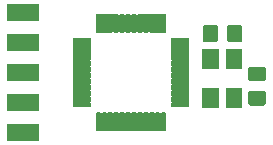
<source format=gts>
G04 #@! TF.GenerationSoftware,KiCad,Pcbnew,5.1.5*
G04 #@! TF.CreationDate,2020-02-24T19:12:41+03:00*
G04 #@! TF.ProjectId,mod-lqfp48,6d6f642d-6c71-4667-9034-382e6b696361,rev?*
G04 #@! TF.SameCoordinates,PX1036640PYec82e0*
G04 #@! TF.FileFunction,Soldermask,Top*
G04 #@! TF.FilePolarity,Negative*
%FSLAX46Y46*%
G04 Gerber Fmt 4.6, Leading zero omitted, Abs format (unit mm)*
G04 Created by KiCad (PCBNEW 5.1.5) date 2020-02-24 19:12:41*
%MOMM*%
%LPD*%
G04 APERTURE LIST*
%ADD10C,0.150000*%
G04 APERTURE END LIST*
D10*
G36*
X3676000Y-12185000D02*
G01*
X1036000Y-12185000D01*
X1036000Y-10815000D01*
X3676000Y-10815000D01*
X3676000Y-12185000D01*
G37*
G36*
X8899623Y-9796557D02*
G01*
X8911278Y-9800092D01*
X8922020Y-9805835D01*
X8931438Y-9813563D01*
X8942026Y-9826465D01*
X8952422Y-9836861D01*
X8964646Y-9845029D01*
X8978230Y-9850655D01*
X8992650Y-9853523D01*
X9007352Y-9853523D01*
X9021772Y-9850654D01*
X9035355Y-9845028D01*
X9047580Y-9836859D01*
X9057974Y-9826465D01*
X9068562Y-9813563D01*
X9077980Y-9805835D01*
X9088722Y-9800092D01*
X9100377Y-9796557D01*
X9116186Y-9795000D01*
X9383814Y-9795000D01*
X9399623Y-9796557D01*
X9411278Y-9800092D01*
X9422020Y-9805835D01*
X9431438Y-9813563D01*
X9442026Y-9826465D01*
X9452422Y-9836861D01*
X9464646Y-9845029D01*
X9478230Y-9850655D01*
X9492650Y-9853523D01*
X9507352Y-9853523D01*
X9521772Y-9850654D01*
X9535355Y-9845028D01*
X9547580Y-9836859D01*
X9557974Y-9826465D01*
X9568562Y-9813563D01*
X9577980Y-9805835D01*
X9588722Y-9800092D01*
X9600377Y-9796557D01*
X9616186Y-9795000D01*
X9883814Y-9795000D01*
X9899623Y-9796557D01*
X9911278Y-9800092D01*
X9922020Y-9805835D01*
X9931438Y-9813563D01*
X9942026Y-9826465D01*
X9952422Y-9836861D01*
X9964646Y-9845029D01*
X9978230Y-9850655D01*
X9992650Y-9853523D01*
X10007352Y-9853523D01*
X10021772Y-9850654D01*
X10035355Y-9845028D01*
X10047580Y-9836859D01*
X10057974Y-9826465D01*
X10068562Y-9813563D01*
X10077980Y-9805835D01*
X10088722Y-9800092D01*
X10100377Y-9796557D01*
X10116186Y-9795000D01*
X10383814Y-9795000D01*
X10399623Y-9796557D01*
X10411278Y-9800092D01*
X10422020Y-9805835D01*
X10431438Y-9813563D01*
X10442026Y-9826465D01*
X10452422Y-9836861D01*
X10464646Y-9845029D01*
X10478230Y-9850655D01*
X10492650Y-9853523D01*
X10507352Y-9853523D01*
X10521772Y-9850654D01*
X10535355Y-9845028D01*
X10547580Y-9836859D01*
X10557974Y-9826465D01*
X10568562Y-9813563D01*
X10577980Y-9805835D01*
X10588722Y-9800092D01*
X10600377Y-9796557D01*
X10616186Y-9795000D01*
X10883814Y-9795000D01*
X10899623Y-9796557D01*
X10911278Y-9800092D01*
X10922020Y-9805835D01*
X10931438Y-9813563D01*
X10942026Y-9826465D01*
X10952422Y-9836861D01*
X10964646Y-9845029D01*
X10978230Y-9850655D01*
X10992650Y-9853523D01*
X11007352Y-9853523D01*
X11021772Y-9850654D01*
X11035355Y-9845028D01*
X11047580Y-9836859D01*
X11057974Y-9826465D01*
X11068562Y-9813563D01*
X11077980Y-9805835D01*
X11088722Y-9800092D01*
X11100377Y-9796557D01*
X11116186Y-9795000D01*
X11383814Y-9795000D01*
X11399623Y-9796557D01*
X11411278Y-9800092D01*
X11422020Y-9805835D01*
X11431438Y-9813563D01*
X11442026Y-9826465D01*
X11452422Y-9836861D01*
X11464646Y-9845029D01*
X11478230Y-9850655D01*
X11492650Y-9853523D01*
X11507352Y-9853523D01*
X11521772Y-9850654D01*
X11535355Y-9845028D01*
X11547580Y-9836859D01*
X11557974Y-9826465D01*
X11568562Y-9813563D01*
X11577980Y-9805835D01*
X11588722Y-9800092D01*
X11600377Y-9796557D01*
X11616186Y-9795000D01*
X11883814Y-9795000D01*
X11899623Y-9796557D01*
X11911278Y-9800092D01*
X11922020Y-9805835D01*
X11931438Y-9813563D01*
X11942026Y-9826465D01*
X11952422Y-9836861D01*
X11964646Y-9845029D01*
X11978230Y-9850655D01*
X11992650Y-9853523D01*
X12007352Y-9853523D01*
X12021772Y-9850654D01*
X12035355Y-9845028D01*
X12047580Y-9836859D01*
X12057974Y-9826465D01*
X12068562Y-9813563D01*
X12077980Y-9805835D01*
X12088722Y-9800092D01*
X12100377Y-9796557D01*
X12116186Y-9795000D01*
X12383814Y-9795000D01*
X12399623Y-9796557D01*
X12411278Y-9800092D01*
X12422020Y-9805835D01*
X12431438Y-9813563D01*
X12442026Y-9826465D01*
X12452422Y-9836861D01*
X12464646Y-9845029D01*
X12478230Y-9850655D01*
X12492650Y-9853523D01*
X12507352Y-9853523D01*
X12521772Y-9850654D01*
X12535355Y-9845028D01*
X12547580Y-9836859D01*
X12557974Y-9826465D01*
X12568562Y-9813563D01*
X12577980Y-9805835D01*
X12588722Y-9800092D01*
X12600377Y-9796557D01*
X12616186Y-9795000D01*
X12883814Y-9795000D01*
X12899623Y-9796557D01*
X12911278Y-9800092D01*
X12922020Y-9805835D01*
X12931438Y-9813563D01*
X12942026Y-9826465D01*
X12952422Y-9836861D01*
X12964646Y-9845029D01*
X12978230Y-9850655D01*
X12992650Y-9853523D01*
X13007352Y-9853523D01*
X13021772Y-9850654D01*
X13035355Y-9845028D01*
X13047580Y-9836859D01*
X13057974Y-9826465D01*
X13068562Y-9813563D01*
X13077980Y-9805835D01*
X13088722Y-9800092D01*
X13100377Y-9796557D01*
X13116186Y-9795000D01*
X13383814Y-9795000D01*
X13399623Y-9796557D01*
X13411278Y-9800092D01*
X13422020Y-9805835D01*
X13431438Y-9813563D01*
X13442026Y-9826465D01*
X13452422Y-9836861D01*
X13464646Y-9845029D01*
X13478230Y-9850655D01*
X13492650Y-9853523D01*
X13507352Y-9853523D01*
X13521772Y-9850654D01*
X13535355Y-9845028D01*
X13547580Y-9836859D01*
X13557974Y-9826465D01*
X13568562Y-9813563D01*
X13577980Y-9805835D01*
X13588722Y-9800092D01*
X13600377Y-9796557D01*
X13616186Y-9795000D01*
X13883814Y-9795000D01*
X13899623Y-9796557D01*
X13911278Y-9800092D01*
X13922020Y-9805835D01*
X13931438Y-9813563D01*
X13942026Y-9826465D01*
X13952422Y-9836861D01*
X13964646Y-9845029D01*
X13978230Y-9850655D01*
X13992650Y-9853523D01*
X14007352Y-9853523D01*
X14021772Y-9850654D01*
X14035355Y-9845028D01*
X14047580Y-9836859D01*
X14057974Y-9826465D01*
X14068562Y-9813563D01*
X14077980Y-9805835D01*
X14088722Y-9800092D01*
X14100377Y-9796557D01*
X14116186Y-9795000D01*
X14383814Y-9795000D01*
X14399623Y-9796557D01*
X14411278Y-9800092D01*
X14422020Y-9805835D01*
X14431437Y-9813563D01*
X14439165Y-9822980D01*
X14444908Y-9833722D01*
X14448443Y-9845377D01*
X14450000Y-9861186D01*
X14450000Y-11303814D01*
X14448443Y-11319623D01*
X14444908Y-11331278D01*
X14439165Y-11342020D01*
X14431437Y-11351437D01*
X14422020Y-11359165D01*
X14411278Y-11364908D01*
X14399623Y-11368443D01*
X14383814Y-11370000D01*
X14116186Y-11370000D01*
X14100377Y-11368443D01*
X14088722Y-11364908D01*
X14077980Y-11359165D01*
X14068562Y-11351437D01*
X14057974Y-11338535D01*
X14047578Y-11328139D01*
X14035354Y-11319971D01*
X14021770Y-11314345D01*
X14007350Y-11311477D01*
X13992648Y-11311477D01*
X13978228Y-11314346D01*
X13964645Y-11319972D01*
X13952420Y-11328141D01*
X13942026Y-11338535D01*
X13931438Y-11351437D01*
X13922020Y-11359165D01*
X13911278Y-11364908D01*
X13899623Y-11368443D01*
X13883814Y-11370000D01*
X13616186Y-11370000D01*
X13600377Y-11368443D01*
X13588722Y-11364908D01*
X13577980Y-11359165D01*
X13568562Y-11351437D01*
X13557974Y-11338535D01*
X13547578Y-11328139D01*
X13535354Y-11319971D01*
X13521770Y-11314345D01*
X13507350Y-11311477D01*
X13492648Y-11311477D01*
X13478228Y-11314346D01*
X13464645Y-11319972D01*
X13452420Y-11328141D01*
X13442026Y-11338535D01*
X13431438Y-11351437D01*
X13422020Y-11359165D01*
X13411278Y-11364908D01*
X13399623Y-11368443D01*
X13383814Y-11370000D01*
X13116186Y-11370000D01*
X13100377Y-11368443D01*
X13088722Y-11364908D01*
X13077980Y-11359165D01*
X13068562Y-11351437D01*
X13057974Y-11338535D01*
X13047578Y-11328139D01*
X13035354Y-11319971D01*
X13021770Y-11314345D01*
X13007350Y-11311477D01*
X12992648Y-11311477D01*
X12978228Y-11314346D01*
X12964645Y-11319972D01*
X12952420Y-11328141D01*
X12942026Y-11338535D01*
X12931438Y-11351437D01*
X12922020Y-11359165D01*
X12911278Y-11364908D01*
X12899623Y-11368443D01*
X12883814Y-11370000D01*
X12616186Y-11370000D01*
X12600377Y-11368443D01*
X12588722Y-11364908D01*
X12577980Y-11359165D01*
X12568562Y-11351437D01*
X12557974Y-11338535D01*
X12547578Y-11328139D01*
X12535354Y-11319971D01*
X12521770Y-11314345D01*
X12507350Y-11311477D01*
X12492648Y-11311477D01*
X12478228Y-11314346D01*
X12464645Y-11319972D01*
X12452420Y-11328141D01*
X12442026Y-11338535D01*
X12431438Y-11351437D01*
X12422020Y-11359165D01*
X12411278Y-11364908D01*
X12399623Y-11368443D01*
X12383814Y-11370000D01*
X12116186Y-11370000D01*
X12100377Y-11368443D01*
X12088722Y-11364908D01*
X12077980Y-11359165D01*
X12068562Y-11351437D01*
X12057974Y-11338535D01*
X12047578Y-11328139D01*
X12035354Y-11319971D01*
X12021770Y-11314345D01*
X12007350Y-11311477D01*
X11992648Y-11311477D01*
X11978228Y-11314346D01*
X11964645Y-11319972D01*
X11952420Y-11328141D01*
X11942026Y-11338535D01*
X11931438Y-11351437D01*
X11922020Y-11359165D01*
X11911278Y-11364908D01*
X11899623Y-11368443D01*
X11883814Y-11370000D01*
X11616186Y-11370000D01*
X11600377Y-11368443D01*
X11588722Y-11364908D01*
X11577980Y-11359165D01*
X11568562Y-11351437D01*
X11557974Y-11338535D01*
X11547578Y-11328139D01*
X11535354Y-11319971D01*
X11521770Y-11314345D01*
X11507350Y-11311477D01*
X11492648Y-11311477D01*
X11478228Y-11314346D01*
X11464645Y-11319972D01*
X11452420Y-11328141D01*
X11442026Y-11338535D01*
X11431438Y-11351437D01*
X11422020Y-11359165D01*
X11411278Y-11364908D01*
X11399623Y-11368443D01*
X11383814Y-11370000D01*
X11116186Y-11370000D01*
X11100377Y-11368443D01*
X11088722Y-11364908D01*
X11077980Y-11359165D01*
X11068562Y-11351437D01*
X11057974Y-11338535D01*
X11047578Y-11328139D01*
X11035354Y-11319971D01*
X11021770Y-11314345D01*
X11007350Y-11311477D01*
X10992648Y-11311477D01*
X10978228Y-11314346D01*
X10964645Y-11319972D01*
X10952420Y-11328141D01*
X10942026Y-11338535D01*
X10931438Y-11351437D01*
X10922020Y-11359165D01*
X10911278Y-11364908D01*
X10899623Y-11368443D01*
X10883814Y-11370000D01*
X10616186Y-11370000D01*
X10600377Y-11368443D01*
X10588722Y-11364908D01*
X10577980Y-11359165D01*
X10568562Y-11351437D01*
X10557974Y-11338535D01*
X10547578Y-11328139D01*
X10535354Y-11319971D01*
X10521770Y-11314345D01*
X10507350Y-11311477D01*
X10492648Y-11311477D01*
X10478228Y-11314346D01*
X10464645Y-11319972D01*
X10452420Y-11328141D01*
X10442026Y-11338535D01*
X10431438Y-11351437D01*
X10422020Y-11359165D01*
X10411278Y-11364908D01*
X10399623Y-11368443D01*
X10383814Y-11370000D01*
X10116186Y-11370000D01*
X10100377Y-11368443D01*
X10088722Y-11364908D01*
X10077980Y-11359165D01*
X10068562Y-11351437D01*
X10057974Y-11338535D01*
X10047578Y-11328139D01*
X10035354Y-11319971D01*
X10021770Y-11314345D01*
X10007350Y-11311477D01*
X9992648Y-11311477D01*
X9978228Y-11314346D01*
X9964645Y-11319972D01*
X9952420Y-11328141D01*
X9942026Y-11338535D01*
X9931438Y-11351437D01*
X9922020Y-11359165D01*
X9911278Y-11364908D01*
X9899623Y-11368443D01*
X9883814Y-11370000D01*
X9616186Y-11370000D01*
X9600377Y-11368443D01*
X9588722Y-11364908D01*
X9577980Y-11359165D01*
X9568562Y-11351437D01*
X9557974Y-11338535D01*
X9547578Y-11328139D01*
X9535354Y-11319971D01*
X9521770Y-11314345D01*
X9507350Y-11311477D01*
X9492648Y-11311477D01*
X9478228Y-11314346D01*
X9464645Y-11319972D01*
X9452420Y-11328141D01*
X9442026Y-11338535D01*
X9431438Y-11351437D01*
X9422020Y-11359165D01*
X9411278Y-11364908D01*
X9399623Y-11368443D01*
X9383814Y-11370000D01*
X9116186Y-11370000D01*
X9100377Y-11368443D01*
X9088722Y-11364908D01*
X9077980Y-11359165D01*
X9068562Y-11351437D01*
X9057974Y-11338535D01*
X9047578Y-11328139D01*
X9035354Y-11319971D01*
X9021770Y-11314345D01*
X9007350Y-11311477D01*
X8992648Y-11311477D01*
X8978228Y-11314346D01*
X8964645Y-11319972D01*
X8952420Y-11328141D01*
X8942026Y-11338535D01*
X8931438Y-11351437D01*
X8922020Y-11359165D01*
X8911278Y-11364908D01*
X8899623Y-11368443D01*
X8883814Y-11370000D01*
X8616186Y-11370000D01*
X8600377Y-11368443D01*
X8588722Y-11364908D01*
X8577980Y-11359165D01*
X8568563Y-11351437D01*
X8560835Y-11342020D01*
X8555092Y-11331278D01*
X8551557Y-11319623D01*
X8550000Y-11303814D01*
X8550000Y-9861186D01*
X8551557Y-9845377D01*
X8555092Y-9833722D01*
X8560835Y-9822980D01*
X8568563Y-9813563D01*
X8577980Y-9805835D01*
X8588722Y-9800092D01*
X8600377Y-9796557D01*
X8616186Y-9795000D01*
X8883814Y-9795000D01*
X8899623Y-9796557D01*
G37*
G36*
X3676000Y-9645000D02*
G01*
X1036000Y-9645000D01*
X1036000Y-8275000D01*
X3676000Y-8275000D01*
X3676000Y-9645000D01*
G37*
G36*
X20923000Y-9437000D02*
G01*
X19523000Y-9437000D01*
X19523000Y-7737000D01*
X20923000Y-7737000D01*
X20923000Y-9437000D01*
G37*
G36*
X18923000Y-9437000D02*
G01*
X17523000Y-9437000D01*
X17523000Y-7737000D01*
X18923000Y-7737000D01*
X18923000Y-9437000D01*
G37*
G36*
X16399623Y-3471557D02*
G01*
X16411278Y-3475092D01*
X16422020Y-3480835D01*
X16431437Y-3488563D01*
X16439165Y-3497980D01*
X16444908Y-3508722D01*
X16448443Y-3520377D01*
X16450000Y-3536186D01*
X16450000Y-3803814D01*
X16448443Y-3819623D01*
X16444908Y-3831278D01*
X16439165Y-3842020D01*
X16431437Y-3851438D01*
X16418535Y-3862026D01*
X16408139Y-3872422D01*
X16399971Y-3884646D01*
X16394345Y-3898230D01*
X16391477Y-3912650D01*
X16391477Y-3927352D01*
X16394346Y-3941772D01*
X16399972Y-3955355D01*
X16408141Y-3967580D01*
X16418535Y-3977974D01*
X16431437Y-3988562D01*
X16439165Y-3997980D01*
X16444908Y-4008722D01*
X16448443Y-4020377D01*
X16450000Y-4036186D01*
X16450000Y-4303814D01*
X16448443Y-4319623D01*
X16444908Y-4331278D01*
X16439165Y-4342020D01*
X16431437Y-4351438D01*
X16418535Y-4362026D01*
X16408139Y-4372422D01*
X16399971Y-4384646D01*
X16394345Y-4398230D01*
X16391477Y-4412650D01*
X16391477Y-4427352D01*
X16394346Y-4441772D01*
X16399972Y-4455355D01*
X16408141Y-4467580D01*
X16418535Y-4477974D01*
X16431437Y-4488562D01*
X16439165Y-4497980D01*
X16444908Y-4508722D01*
X16448443Y-4520377D01*
X16450000Y-4536186D01*
X16450000Y-4803814D01*
X16448443Y-4819623D01*
X16444908Y-4831278D01*
X16439165Y-4842020D01*
X16431437Y-4851438D01*
X16418535Y-4862026D01*
X16408139Y-4872422D01*
X16399971Y-4884646D01*
X16394345Y-4898230D01*
X16391477Y-4912650D01*
X16391477Y-4927352D01*
X16394346Y-4941772D01*
X16399972Y-4955355D01*
X16408141Y-4967580D01*
X16418535Y-4977974D01*
X16431437Y-4988562D01*
X16439165Y-4997980D01*
X16444908Y-5008722D01*
X16448443Y-5020377D01*
X16450000Y-5036186D01*
X16450000Y-5303814D01*
X16448443Y-5319623D01*
X16444908Y-5331278D01*
X16439165Y-5342020D01*
X16431437Y-5351438D01*
X16418535Y-5362026D01*
X16408139Y-5372422D01*
X16399971Y-5384646D01*
X16394345Y-5398230D01*
X16391477Y-5412650D01*
X16391477Y-5427352D01*
X16394346Y-5441772D01*
X16399972Y-5455355D01*
X16408141Y-5467580D01*
X16418535Y-5477974D01*
X16431437Y-5488562D01*
X16439165Y-5497980D01*
X16444908Y-5508722D01*
X16448443Y-5520377D01*
X16450000Y-5536186D01*
X16450000Y-5803814D01*
X16448443Y-5819623D01*
X16444908Y-5831278D01*
X16439165Y-5842020D01*
X16431437Y-5851438D01*
X16418535Y-5862026D01*
X16408139Y-5872422D01*
X16399971Y-5884646D01*
X16394345Y-5898230D01*
X16391477Y-5912650D01*
X16391477Y-5927352D01*
X16394346Y-5941772D01*
X16399972Y-5955355D01*
X16408141Y-5967580D01*
X16418535Y-5977974D01*
X16431437Y-5988562D01*
X16439165Y-5997980D01*
X16444908Y-6008722D01*
X16448443Y-6020377D01*
X16450000Y-6036186D01*
X16450000Y-6303814D01*
X16448443Y-6319623D01*
X16444908Y-6331278D01*
X16439165Y-6342020D01*
X16431437Y-6351438D01*
X16418535Y-6362026D01*
X16408139Y-6372422D01*
X16399971Y-6384646D01*
X16394345Y-6398230D01*
X16391477Y-6412650D01*
X16391477Y-6427352D01*
X16394346Y-6441772D01*
X16399972Y-6455355D01*
X16408141Y-6467580D01*
X16418535Y-6477974D01*
X16431437Y-6488562D01*
X16439165Y-6497980D01*
X16444908Y-6508722D01*
X16448443Y-6520377D01*
X16450000Y-6536186D01*
X16450000Y-6803814D01*
X16448443Y-6819623D01*
X16444908Y-6831278D01*
X16439165Y-6842020D01*
X16431437Y-6851438D01*
X16418535Y-6862026D01*
X16408139Y-6872422D01*
X16399971Y-6884646D01*
X16394345Y-6898230D01*
X16391477Y-6912650D01*
X16391477Y-6927352D01*
X16394346Y-6941772D01*
X16399972Y-6955355D01*
X16408141Y-6967580D01*
X16418535Y-6977974D01*
X16431437Y-6988562D01*
X16439165Y-6997980D01*
X16444908Y-7008722D01*
X16448443Y-7020377D01*
X16450000Y-7036186D01*
X16450000Y-7303814D01*
X16448443Y-7319623D01*
X16444908Y-7331278D01*
X16439165Y-7342020D01*
X16431437Y-7351438D01*
X16418535Y-7362026D01*
X16408139Y-7372422D01*
X16399971Y-7384646D01*
X16394345Y-7398230D01*
X16391477Y-7412650D01*
X16391477Y-7427352D01*
X16394346Y-7441772D01*
X16399972Y-7455355D01*
X16408141Y-7467580D01*
X16418535Y-7477974D01*
X16431437Y-7488562D01*
X16439165Y-7497980D01*
X16444908Y-7508722D01*
X16448443Y-7520377D01*
X16450000Y-7536186D01*
X16450000Y-7803814D01*
X16448443Y-7819623D01*
X16444908Y-7831278D01*
X16439165Y-7842020D01*
X16431437Y-7851438D01*
X16418535Y-7862026D01*
X16408139Y-7872422D01*
X16399971Y-7884646D01*
X16394345Y-7898230D01*
X16391477Y-7912650D01*
X16391477Y-7927352D01*
X16394346Y-7941772D01*
X16399972Y-7955355D01*
X16408141Y-7967580D01*
X16418535Y-7977974D01*
X16431437Y-7988562D01*
X16439165Y-7997980D01*
X16444908Y-8008722D01*
X16448443Y-8020377D01*
X16450000Y-8036186D01*
X16450000Y-8303814D01*
X16448443Y-8319623D01*
X16444908Y-8331278D01*
X16439165Y-8342020D01*
X16431437Y-8351438D01*
X16418535Y-8362026D01*
X16408139Y-8372422D01*
X16399971Y-8384646D01*
X16394345Y-8398230D01*
X16391477Y-8412650D01*
X16391477Y-8427352D01*
X16394346Y-8441772D01*
X16399972Y-8455355D01*
X16408141Y-8467580D01*
X16418535Y-8477974D01*
X16431437Y-8488562D01*
X16439165Y-8497980D01*
X16444908Y-8508722D01*
X16448443Y-8520377D01*
X16450000Y-8536186D01*
X16450000Y-8803814D01*
X16448443Y-8819623D01*
X16444908Y-8831278D01*
X16439165Y-8842020D01*
X16431437Y-8851438D01*
X16418535Y-8862026D01*
X16408139Y-8872422D01*
X16399971Y-8884646D01*
X16394345Y-8898230D01*
X16391477Y-8912650D01*
X16391477Y-8927352D01*
X16394346Y-8941772D01*
X16399972Y-8955355D01*
X16408141Y-8967580D01*
X16418535Y-8977974D01*
X16431437Y-8988562D01*
X16439165Y-8997980D01*
X16444908Y-9008722D01*
X16448443Y-9020377D01*
X16450000Y-9036186D01*
X16450000Y-9303814D01*
X16448443Y-9319623D01*
X16444908Y-9331278D01*
X16439165Y-9342020D01*
X16431437Y-9351437D01*
X16422020Y-9359165D01*
X16411278Y-9364908D01*
X16399623Y-9368443D01*
X16383814Y-9370000D01*
X14941186Y-9370000D01*
X14925377Y-9368443D01*
X14913722Y-9364908D01*
X14902980Y-9359165D01*
X14893563Y-9351437D01*
X14885835Y-9342020D01*
X14880092Y-9331278D01*
X14876557Y-9319623D01*
X14875000Y-9303814D01*
X14875000Y-9036186D01*
X14876557Y-9020377D01*
X14880092Y-9008722D01*
X14885835Y-8997980D01*
X14893563Y-8988562D01*
X14906465Y-8977974D01*
X14916861Y-8967578D01*
X14925029Y-8955354D01*
X14930655Y-8941770D01*
X14933523Y-8927350D01*
X14933523Y-8912648D01*
X14930654Y-8898228D01*
X14925028Y-8884645D01*
X14916859Y-8872420D01*
X14906465Y-8862026D01*
X14893563Y-8851438D01*
X14885835Y-8842020D01*
X14880092Y-8831278D01*
X14876557Y-8819623D01*
X14875000Y-8803814D01*
X14875000Y-8536186D01*
X14876557Y-8520377D01*
X14880092Y-8508722D01*
X14885835Y-8497980D01*
X14893563Y-8488562D01*
X14906465Y-8477974D01*
X14916861Y-8467578D01*
X14925029Y-8455354D01*
X14930655Y-8441770D01*
X14933523Y-8427350D01*
X14933523Y-8412648D01*
X14930654Y-8398228D01*
X14925028Y-8384645D01*
X14916859Y-8372420D01*
X14906465Y-8362026D01*
X14893563Y-8351438D01*
X14885835Y-8342020D01*
X14880092Y-8331278D01*
X14876557Y-8319623D01*
X14875000Y-8303814D01*
X14875000Y-8036186D01*
X14876557Y-8020377D01*
X14880092Y-8008722D01*
X14885835Y-7997980D01*
X14893563Y-7988562D01*
X14906465Y-7977974D01*
X14916861Y-7967578D01*
X14925029Y-7955354D01*
X14930655Y-7941770D01*
X14933523Y-7927350D01*
X14933523Y-7912648D01*
X14930654Y-7898228D01*
X14925028Y-7884645D01*
X14916859Y-7872420D01*
X14906465Y-7862026D01*
X14893563Y-7851438D01*
X14885835Y-7842020D01*
X14880092Y-7831278D01*
X14876557Y-7819623D01*
X14875000Y-7803814D01*
X14875000Y-7536186D01*
X14876557Y-7520377D01*
X14880092Y-7508722D01*
X14885835Y-7497980D01*
X14893563Y-7488562D01*
X14906465Y-7477974D01*
X14916861Y-7467578D01*
X14925029Y-7455354D01*
X14930655Y-7441770D01*
X14933523Y-7427350D01*
X14933523Y-7412648D01*
X14930654Y-7398228D01*
X14925028Y-7384645D01*
X14916859Y-7372420D01*
X14906465Y-7362026D01*
X14893563Y-7351438D01*
X14885835Y-7342020D01*
X14880092Y-7331278D01*
X14876557Y-7319623D01*
X14875000Y-7303814D01*
X14875000Y-7036186D01*
X14876557Y-7020377D01*
X14880092Y-7008722D01*
X14885835Y-6997980D01*
X14893563Y-6988562D01*
X14906465Y-6977974D01*
X14916861Y-6967578D01*
X14925029Y-6955354D01*
X14930655Y-6941770D01*
X14933523Y-6927350D01*
X14933523Y-6912648D01*
X14930654Y-6898228D01*
X14925028Y-6884645D01*
X14916859Y-6872420D01*
X14906465Y-6862026D01*
X14893563Y-6851438D01*
X14885835Y-6842020D01*
X14880092Y-6831278D01*
X14876557Y-6819623D01*
X14875000Y-6803814D01*
X14875000Y-6536186D01*
X14876557Y-6520377D01*
X14880092Y-6508722D01*
X14885835Y-6497980D01*
X14893563Y-6488562D01*
X14906465Y-6477974D01*
X14916861Y-6467578D01*
X14925029Y-6455354D01*
X14930655Y-6441770D01*
X14933523Y-6427350D01*
X14933523Y-6412648D01*
X14930654Y-6398228D01*
X14925028Y-6384645D01*
X14916859Y-6372420D01*
X14906465Y-6362026D01*
X14893563Y-6351438D01*
X14885835Y-6342020D01*
X14880092Y-6331278D01*
X14876557Y-6319623D01*
X14875000Y-6303814D01*
X14875000Y-6036186D01*
X14876557Y-6020377D01*
X14880092Y-6008722D01*
X14885835Y-5997980D01*
X14893563Y-5988562D01*
X14906465Y-5977974D01*
X14916861Y-5967578D01*
X14925029Y-5955354D01*
X14930655Y-5941770D01*
X14933523Y-5927350D01*
X14933523Y-5912648D01*
X14930654Y-5898228D01*
X14925028Y-5884645D01*
X14916859Y-5872420D01*
X14906465Y-5862026D01*
X14893563Y-5851438D01*
X14885835Y-5842020D01*
X14880092Y-5831278D01*
X14876557Y-5819623D01*
X14875000Y-5803814D01*
X14875000Y-5536186D01*
X14876557Y-5520377D01*
X14880092Y-5508722D01*
X14885835Y-5497980D01*
X14893563Y-5488562D01*
X14906465Y-5477974D01*
X14916861Y-5467578D01*
X14925029Y-5455354D01*
X14930655Y-5441770D01*
X14933523Y-5427350D01*
X14933523Y-5412648D01*
X14930654Y-5398228D01*
X14925028Y-5384645D01*
X14916859Y-5372420D01*
X14906465Y-5362026D01*
X14893563Y-5351438D01*
X14885835Y-5342020D01*
X14880092Y-5331278D01*
X14876557Y-5319623D01*
X14875000Y-5303814D01*
X14875000Y-5036186D01*
X14876557Y-5020377D01*
X14880092Y-5008722D01*
X14885835Y-4997980D01*
X14893563Y-4988562D01*
X14906465Y-4977974D01*
X14916861Y-4967578D01*
X14925029Y-4955354D01*
X14930655Y-4941770D01*
X14933523Y-4927350D01*
X14933523Y-4912648D01*
X14930654Y-4898228D01*
X14925028Y-4884645D01*
X14916859Y-4872420D01*
X14906465Y-4862026D01*
X14893563Y-4851438D01*
X14885835Y-4842020D01*
X14880092Y-4831278D01*
X14876557Y-4819623D01*
X14875000Y-4803814D01*
X14875000Y-4536186D01*
X14876557Y-4520377D01*
X14880092Y-4508722D01*
X14885835Y-4497980D01*
X14893563Y-4488562D01*
X14906465Y-4477974D01*
X14916861Y-4467578D01*
X14925029Y-4455354D01*
X14930655Y-4441770D01*
X14933523Y-4427350D01*
X14933523Y-4412648D01*
X14930654Y-4398228D01*
X14925028Y-4384645D01*
X14916859Y-4372420D01*
X14906465Y-4362026D01*
X14893563Y-4351438D01*
X14885835Y-4342020D01*
X14880092Y-4331278D01*
X14876557Y-4319623D01*
X14875000Y-4303814D01*
X14875000Y-4036186D01*
X14876557Y-4020377D01*
X14880092Y-4008722D01*
X14885835Y-3997980D01*
X14893563Y-3988562D01*
X14906465Y-3977974D01*
X14916861Y-3967578D01*
X14925029Y-3955354D01*
X14930655Y-3941770D01*
X14933523Y-3927350D01*
X14933523Y-3912648D01*
X14930654Y-3898228D01*
X14925028Y-3884645D01*
X14916859Y-3872420D01*
X14906465Y-3862026D01*
X14893563Y-3851438D01*
X14885835Y-3842020D01*
X14880092Y-3831278D01*
X14876557Y-3819623D01*
X14875000Y-3803814D01*
X14875000Y-3536186D01*
X14876557Y-3520377D01*
X14880092Y-3508722D01*
X14885835Y-3497980D01*
X14893563Y-3488563D01*
X14902980Y-3480835D01*
X14913722Y-3475092D01*
X14925377Y-3471557D01*
X14941186Y-3470000D01*
X16383814Y-3470000D01*
X16399623Y-3471557D01*
G37*
G36*
X8074623Y-3471557D02*
G01*
X8086278Y-3475092D01*
X8097020Y-3480835D01*
X8106437Y-3488563D01*
X8114165Y-3497980D01*
X8119908Y-3508722D01*
X8123443Y-3520377D01*
X8125000Y-3536186D01*
X8125000Y-3803814D01*
X8123443Y-3819623D01*
X8119908Y-3831278D01*
X8114165Y-3842020D01*
X8106437Y-3851438D01*
X8093535Y-3862026D01*
X8083139Y-3872422D01*
X8074971Y-3884646D01*
X8069345Y-3898230D01*
X8066477Y-3912650D01*
X8066477Y-3927352D01*
X8069346Y-3941772D01*
X8074972Y-3955355D01*
X8083141Y-3967580D01*
X8093535Y-3977974D01*
X8106437Y-3988562D01*
X8114165Y-3997980D01*
X8119908Y-4008722D01*
X8123443Y-4020377D01*
X8125000Y-4036186D01*
X8125000Y-4303814D01*
X8123443Y-4319623D01*
X8119908Y-4331278D01*
X8114165Y-4342020D01*
X8106437Y-4351438D01*
X8093535Y-4362026D01*
X8083139Y-4372422D01*
X8074971Y-4384646D01*
X8069345Y-4398230D01*
X8066477Y-4412650D01*
X8066477Y-4427352D01*
X8069346Y-4441772D01*
X8074972Y-4455355D01*
X8083141Y-4467580D01*
X8093535Y-4477974D01*
X8106437Y-4488562D01*
X8114165Y-4497980D01*
X8119908Y-4508722D01*
X8123443Y-4520377D01*
X8125000Y-4536186D01*
X8125000Y-4803814D01*
X8123443Y-4819623D01*
X8119908Y-4831278D01*
X8114165Y-4842020D01*
X8106437Y-4851438D01*
X8093535Y-4862026D01*
X8083139Y-4872422D01*
X8074971Y-4884646D01*
X8069345Y-4898230D01*
X8066477Y-4912650D01*
X8066477Y-4927352D01*
X8069346Y-4941772D01*
X8074972Y-4955355D01*
X8083141Y-4967580D01*
X8093535Y-4977974D01*
X8106437Y-4988562D01*
X8114165Y-4997980D01*
X8119908Y-5008722D01*
X8123443Y-5020377D01*
X8125000Y-5036186D01*
X8125000Y-5303814D01*
X8123443Y-5319623D01*
X8119908Y-5331278D01*
X8114165Y-5342020D01*
X8106437Y-5351438D01*
X8093535Y-5362026D01*
X8083139Y-5372422D01*
X8074971Y-5384646D01*
X8069345Y-5398230D01*
X8066477Y-5412650D01*
X8066477Y-5427352D01*
X8069346Y-5441772D01*
X8074972Y-5455355D01*
X8083141Y-5467580D01*
X8093535Y-5477974D01*
X8106437Y-5488562D01*
X8114165Y-5497980D01*
X8119908Y-5508722D01*
X8123443Y-5520377D01*
X8125000Y-5536186D01*
X8125000Y-5803814D01*
X8123443Y-5819623D01*
X8119908Y-5831278D01*
X8114165Y-5842020D01*
X8106437Y-5851438D01*
X8093535Y-5862026D01*
X8083139Y-5872422D01*
X8074971Y-5884646D01*
X8069345Y-5898230D01*
X8066477Y-5912650D01*
X8066477Y-5927352D01*
X8069346Y-5941772D01*
X8074972Y-5955355D01*
X8083141Y-5967580D01*
X8093535Y-5977974D01*
X8106437Y-5988562D01*
X8114165Y-5997980D01*
X8119908Y-6008722D01*
X8123443Y-6020377D01*
X8125000Y-6036186D01*
X8125000Y-6303814D01*
X8123443Y-6319623D01*
X8119908Y-6331278D01*
X8114165Y-6342020D01*
X8106437Y-6351438D01*
X8093535Y-6362026D01*
X8083139Y-6372422D01*
X8074971Y-6384646D01*
X8069345Y-6398230D01*
X8066477Y-6412650D01*
X8066477Y-6427352D01*
X8069346Y-6441772D01*
X8074972Y-6455355D01*
X8083141Y-6467580D01*
X8093535Y-6477974D01*
X8106437Y-6488562D01*
X8114165Y-6497980D01*
X8119908Y-6508722D01*
X8123443Y-6520377D01*
X8125000Y-6536186D01*
X8125000Y-6803814D01*
X8123443Y-6819623D01*
X8119908Y-6831278D01*
X8114165Y-6842020D01*
X8106437Y-6851438D01*
X8093535Y-6862026D01*
X8083139Y-6872422D01*
X8074971Y-6884646D01*
X8069345Y-6898230D01*
X8066477Y-6912650D01*
X8066477Y-6927352D01*
X8069346Y-6941772D01*
X8074972Y-6955355D01*
X8083141Y-6967580D01*
X8093535Y-6977974D01*
X8106437Y-6988562D01*
X8114165Y-6997980D01*
X8119908Y-7008722D01*
X8123443Y-7020377D01*
X8125000Y-7036186D01*
X8125000Y-7303814D01*
X8123443Y-7319623D01*
X8119908Y-7331278D01*
X8114165Y-7342020D01*
X8106437Y-7351438D01*
X8093535Y-7362026D01*
X8083139Y-7372422D01*
X8074971Y-7384646D01*
X8069345Y-7398230D01*
X8066477Y-7412650D01*
X8066477Y-7427352D01*
X8069346Y-7441772D01*
X8074972Y-7455355D01*
X8083141Y-7467580D01*
X8093535Y-7477974D01*
X8106437Y-7488562D01*
X8114165Y-7497980D01*
X8119908Y-7508722D01*
X8123443Y-7520377D01*
X8125000Y-7536186D01*
X8125000Y-7803814D01*
X8123443Y-7819623D01*
X8119908Y-7831278D01*
X8114165Y-7842020D01*
X8106437Y-7851438D01*
X8093535Y-7862026D01*
X8083139Y-7872422D01*
X8074971Y-7884646D01*
X8069345Y-7898230D01*
X8066477Y-7912650D01*
X8066477Y-7927352D01*
X8069346Y-7941772D01*
X8074972Y-7955355D01*
X8083141Y-7967580D01*
X8093535Y-7977974D01*
X8106437Y-7988562D01*
X8114165Y-7997980D01*
X8119908Y-8008722D01*
X8123443Y-8020377D01*
X8125000Y-8036186D01*
X8125000Y-8303814D01*
X8123443Y-8319623D01*
X8119908Y-8331278D01*
X8114165Y-8342020D01*
X8106437Y-8351438D01*
X8093535Y-8362026D01*
X8083139Y-8372422D01*
X8074971Y-8384646D01*
X8069345Y-8398230D01*
X8066477Y-8412650D01*
X8066477Y-8427352D01*
X8069346Y-8441772D01*
X8074972Y-8455355D01*
X8083141Y-8467580D01*
X8093535Y-8477974D01*
X8106437Y-8488562D01*
X8114165Y-8497980D01*
X8119908Y-8508722D01*
X8123443Y-8520377D01*
X8125000Y-8536186D01*
X8125000Y-8803814D01*
X8123443Y-8819623D01*
X8119908Y-8831278D01*
X8114165Y-8842020D01*
X8106437Y-8851438D01*
X8093535Y-8862026D01*
X8083139Y-8872422D01*
X8074971Y-8884646D01*
X8069345Y-8898230D01*
X8066477Y-8912650D01*
X8066477Y-8927352D01*
X8069346Y-8941772D01*
X8074972Y-8955355D01*
X8083141Y-8967580D01*
X8093535Y-8977974D01*
X8106437Y-8988562D01*
X8114165Y-8997980D01*
X8119908Y-9008722D01*
X8123443Y-9020377D01*
X8125000Y-9036186D01*
X8125000Y-9303814D01*
X8123443Y-9319623D01*
X8119908Y-9331278D01*
X8114165Y-9342020D01*
X8106437Y-9351437D01*
X8097020Y-9359165D01*
X8086278Y-9364908D01*
X8074623Y-9368443D01*
X8058814Y-9370000D01*
X6616186Y-9370000D01*
X6600377Y-9368443D01*
X6588722Y-9364908D01*
X6577980Y-9359165D01*
X6568563Y-9351437D01*
X6560835Y-9342020D01*
X6555092Y-9331278D01*
X6551557Y-9319623D01*
X6550000Y-9303814D01*
X6550000Y-9036186D01*
X6551557Y-9020377D01*
X6555092Y-9008722D01*
X6560835Y-8997980D01*
X6568563Y-8988562D01*
X6581465Y-8977974D01*
X6591861Y-8967578D01*
X6600029Y-8955354D01*
X6605655Y-8941770D01*
X6608523Y-8927350D01*
X6608523Y-8912648D01*
X6605654Y-8898228D01*
X6600028Y-8884645D01*
X6591859Y-8872420D01*
X6581465Y-8862026D01*
X6568563Y-8851438D01*
X6560835Y-8842020D01*
X6555092Y-8831278D01*
X6551557Y-8819623D01*
X6550000Y-8803814D01*
X6550000Y-8536186D01*
X6551557Y-8520377D01*
X6555092Y-8508722D01*
X6560835Y-8497980D01*
X6568563Y-8488562D01*
X6581465Y-8477974D01*
X6591861Y-8467578D01*
X6600029Y-8455354D01*
X6605655Y-8441770D01*
X6608523Y-8427350D01*
X6608523Y-8412648D01*
X6605654Y-8398228D01*
X6600028Y-8384645D01*
X6591859Y-8372420D01*
X6581465Y-8362026D01*
X6568563Y-8351438D01*
X6560835Y-8342020D01*
X6555092Y-8331278D01*
X6551557Y-8319623D01*
X6550000Y-8303814D01*
X6550000Y-8036186D01*
X6551557Y-8020377D01*
X6555092Y-8008722D01*
X6560835Y-7997980D01*
X6568563Y-7988562D01*
X6581465Y-7977974D01*
X6591861Y-7967578D01*
X6600029Y-7955354D01*
X6605655Y-7941770D01*
X6608523Y-7927350D01*
X6608523Y-7912648D01*
X6605654Y-7898228D01*
X6600028Y-7884645D01*
X6591859Y-7872420D01*
X6581465Y-7862026D01*
X6568563Y-7851438D01*
X6560835Y-7842020D01*
X6555092Y-7831278D01*
X6551557Y-7819623D01*
X6550000Y-7803814D01*
X6550000Y-7536186D01*
X6551557Y-7520377D01*
X6555092Y-7508722D01*
X6560835Y-7497980D01*
X6568563Y-7488562D01*
X6581465Y-7477974D01*
X6591861Y-7467578D01*
X6600029Y-7455354D01*
X6605655Y-7441770D01*
X6608523Y-7427350D01*
X6608523Y-7412648D01*
X6605654Y-7398228D01*
X6600028Y-7384645D01*
X6591859Y-7372420D01*
X6581465Y-7362026D01*
X6568563Y-7351438D01*
X6560835Y-7342020D01*
X6555092Y-7331278D01*
X6551557Y-7319623D01*
X6550000Y-7303814D01*
X6550000Y-7036186D01*
X6551557Y-7020377D01*
X6555092Y-7008722D01*
X6560835Y-6997980D01*
X6568563Y-6988562D01*
X6581465Y-6977974D01*
X6591861Y-6967578D01*
X6600029Y-6955354D01*
X6605655Y-6941770D01*
X6608523Y-6927350D01*
X6608523Y-6912648D01*
X6605654Y-6898228D01*
X6600028Y-6884645D01*
X6591859Y-6872420D01*
X6581465Y-6862026D01*
X6568563Y-6851438D01*
X6560835Y-6842020D01*
X6555092Y-6831278D01*
X6551557Y-6819623D01*
X6550000Y-6803814D01*
X6550000Y-6536186D01*
X6551557Y-6520377D01*
X6555092Y-6508722D01*
X6560835Y-6497980D01*
X6568563Y-6488562D01*
X6581465Y-6477974D01*
X6591861Y-6467578D01*
X6600029Y-6455354D01*
X6605655Y-6441770D01*
X6608523Y-6427350D01*
X6608523Y-6412648D01*
X6605654Y-6398228D01*
X6600028Y-6384645D01*
X6591859Y-6372420D01*
X6581465Y-6362026D01*
X6568563Y-6351438D01*
X6560835Y-6342020D01*
X6555092Y-6331278D01*
X6551557Y-6319623D01*
X6550000Y-6303814D01*
X6550000Y-6036186D01*
X6551557Y-6020377D01*
X6555092Y-6008722D01*
X6560835Y-5997980D01*
X6568563Y-5988562D01*
X6581465Y-5977974D01*
X6591861Y-5967578D01*
X6600029Y-5955354D01*
X6605655Y-5941770D01*
X6608523Y-5927350D01*
X6608523Y-5912648D01*
X6605654Y-5898228D01*
X6600028Y-5884645D01*
X6591859Y-5872420D01*
X6581465Y-5862026D01*
X6568563Y-5851438D01*
X6560835Y-5842020D01*
X6555092Y-5831278D01*
X6551557Y-5819623D01*
X6550000Y-5803814D01*
X6550000Y-5536186D01*
X6551557Y-5520377D01*
X6555092Y-5508722D01*
X6560835Y-5497980D01*
X6568563Y-5488562D01*
X6581465Y-5477974D01*
X6591861Y-5467578D01*
X6600029Y-5455354D01*
X6605655Y-5441770D01*
X6608523Y-5427350D01*
X6608523Y-5412648D01*
X6605654Y-5398228D01*
X6600028Y-5384645D01*
X6591859Y-5372420D01*
X6581465Y-5362026D01*
X6568563Y-5351438D01*
X6560835Y-5342020D01*
X6555092Y-5331278D01*
X6551557Y-5319623D01*
X6550000Y-5303814D01*
X6550000Y-5036186D01*
X6551557Y-5020377D01*
X6555092Y-5008722D01*
X6560835Y-4997980D01*
X6568563Y-4988562D01*
X6581465Y-4977974D01*
X6591861Y-4967578D01*
X6600029Y-4955354D01*
X6605655Y-4941770D01*
X6608523Y-4927350D01*
X6608523Y-4912648D01*
X6605654Y-4898228D01*
X6600028Y-4884645D01*
X6591859Y-4872420D01*
X6581465Y-4862026D01*
X6568563Y-4851438D01*
X6560835Y-4842020D01*
X6555092Y-4831278D01*
X6551557Y-4819623D01*
X6550000Y-4803814D01*
X6550000Y-4536186D01*
X6551557Y-4520377D01*
X6555092Y-4508722D01*
X6560835Y-4497980D01*
X6568563Y-4488562D01*
X6581465Y-4477974D01*
X6591861Y-4467578D01*
X6600029Y-4455354D01*
X6605655Y-4441770D01*
X6608523Y-4427350D01*
X6608523Y-4412648D01*
X6605654Y-4398228D01*
X6600028Y-4384645D01*
X6591859Y-4372420D01*
X6581465Y-4362026D01*
X6568563Y-4351438D01*
X6560835Y-4342020D01*
X6555092Y-4331278D01*
X6551557Y-4319623D01*
X6550000Y-4303814D01*
X6550000Y-4036186D01*
X6551557Y-4020377D01*
X6555092Y-4008722D01*
X6560835Y-3997980D01*
X6568563Y-3988562D01*
X6581465Y-3977974D01*
X6591861Y-3967578D01*
X6600029Y-3955354D01*
X6605655Y-3941770D01*
X6608523Y-3927350D01*
X6608523Y-3912648D01*
X6605654Y-3898228D01*
X6600028Y-3884645D01*
X6591859Y-3872420D01*
X6581465Y-3862026D01*
X6568563Y-3851438D01*
X6560835Y-3842020D01*
X6555092Y-3831278D01*
X6551557Y-3819623D01*
X6550000Y-3803814D01*
X6550000Y-3536186D01*
X6551557Y-3520377D01*
X6555092Y-3508722D01*
X6560835Y-3497980D01*
X6568563Y-3488563D01*
X6577980Y-3480835D01*
X6588722Y-3475092D01*
X6600377Y-3471557D01*
X6616186Y-3470000D01*
X8058814Y-3470000D01*
X8074623Y-3471557D01*
G37*
G36*
X22733324Y-7967763D02*
G01*
X22776285Y-7980795D01*
X22815868Y-8001953D01*
X22850569Y-8030431D01*
X22879047Y-8065132D01*
X22900205Y-8104715D01*
X22913237Y-8147676D01*
X22918000Y-8196033D01*
X22918000Y-8979967D01*
X22913237Y-9028324D01*
X22900205Y-9071285D01*
X22879047Y-9110868D01*
X22850569Y-9145569D01*
X22815868Y-9174047D01*
X22776285Y-9195205D01*
X22733324Y-9208237D01*
X22684967Y-9213000D01*
X21651033Y-9213000D01*
X21602676Y-9208237D01*
X21559715Y-9195205D01*
X21520132Y-9174047D01*
X21485431Y-9145569D01*
X21456953Y-9110868D01*
X21435795Y-9071285D01*
X21422763Y-9028324D01*
X21418000Y-8979967D01*
X21418000Y-8196033D01*
X21422763Y-8147676D01*
X21435795Y-8104715D01*
X21456953Y-8065132D01*
X21485431Y-8030431D01*
X21520132Y-8001953D01*
X21559715Y-7980795D01*
X21602676Y-7967763D01*
X21651033Y-7963000D01*
X22684967Y-7963000D01*
X22733324Y-7967763D01*
G37*
G36*
X22733324Y-5917763D02*
G01*
X22776285Y-5930795D01*
X22815868Y-5951953D01*
X22850569Y-5980431D01*
X22879047Y-6015132D01*
X22900205Y-6054715D01*
X22913237Y-6097676D01*
X22918000Y-6146033D01*
X22918000Y-6929967D01*
X22913237Y-6978324D01*
X22900205Y-7021285D01*
X22879047Y-7060868D01*
X22850569Y-7095569D01*
X22815868Y-7124047D01*
X22776285Y-7145205D01*
X22733324Y-7158237D01*
X22684967Y-7163000D01*
X21651033Y-7163000D01*
X21602676Y-7158237D01*
X21559715Y-7145205D01*
X21520132Y-7124047D01*
X21485431Y-7095569D01*
X21456953Y-7060868D01*
X21435795Y-7021285D01*
X21422763Y-6978324D01*
X21418000Y-6929967D01*
X21418000Y-6146033D01*
X21422763Y-6097676D01*
X21435795Y-6054715D01*
X21456953Y-6015132D01*
X21485431Y-5980431D01*
X21520132Y-5951953D01*
X21559715Y-5930795D01*
X21602676Y-5917763D01*
X21651033Y-5913000D01*
X22684967Y-5913000D01*
X22733324Y-5917763D01*
G37*
G36*
X3676000Y-7105000D02*
G01*
X1036000Y-7105000D01*
X1036000Y-5735000D01*
X3676000Y-5735000D01*
X3676000Y-7105000D01*
G37*
G36*
X20923000Y-6137000D02*
G01*
X19523000Y-6137000D01*
X19523000Y-4437000D01*
X20923000Y-4437000D01*
X20923000Y-6137000D01*
G37*
G36*
X18923000Y-6137000D02*
G01*
X17523000Y-6137000D01*
X17523000Y-4437000D01*
X18923000Y-4437000D01*
X18923000Y-6137000D01*
G37*
G36*
X3676000Y-4565000D02*
G01*
X1036000Y-4565000D01*
X1036000Y-3195000D01*
X3676000Y-3195000D01*
X3676000Y-4565000D01*
G37*
G36*
X20712324Y-2372763D02*
G01*
X20755285Y-2385795D01*
X20794868Y-2406953D01*
X20829569Y-2435431D01*
X20858047Y-2470132D01*
X20879205Y-2509715D01*
X20892237Y-2552676D01*
X20897000Y-2601033D01*
X20897000Y-3634967D01*
X20892237Y-3683324D01*
X20879205Y-3726285D01*
X20858047Y-3765868D01*
X20829569Y-3800569D01*
X20794868Y-3829047D01*
X20755285Y-3850205D01*
X20712324Y-3863237D01*
X20663967Y-3868000D01*
X19880033Y-3868000D01*
X19831676Y-3863237D01*
X19788715Y-3850205D01*
X19749132Y-3829047D01*
X19714431Y-3800569D01*
X19685953Y-3765868D01*
X19664795Y-3726285D01*
X19651763Y-3683324D01*
X19647000Y-3634967D01*
X19647000Y-2601033D01*
X19651763Y-2552676D01*
X19664795Y-2509715D01*
X19685953Y-2470132D01*
X19714431Y-2435431D01*
X19749132Y-2406953D01*
X19788715Y-2385795D01*
X19831676Y-2372763D01*
X19880033Y-2368000D01*
X20663967Y-2368000D01*
X20712324Y-2372763D01*
G37*
G36*
X18662324Y-2372763D02*
G01*
X18705285Y-2385795D01*
X18744868Y-2406953D01*
X18779569Y-2435431D01*
X18808047Y-2470132D01*
X18829205Y-2509715D01*
X18842237Y-2552676D01*
X18847000Y-2601033D01*
X18847000Y-3634967D01*
X18842237Y-3683324D01*
X18829205Y-3726285D01*
X18808047Y-3765868D01*
X18779569Y-3800569D01*
X18744868Y-3829047D01*
X18705285Y-3850205D01*
X18662324Y-3863237D01*
X18613967Y-3868000D01*
X17830033Y-3868000D01*
X17781676Y-3863237D01*
X17738715Y-3850205D01*
X17699132Y-3829047D01*
X17664431Y-3800569D01*
X17635953Y-3765868D01*
X17614795Y-3726285D01*
X17601763Y-3683324D01*
X17597000Y-3634967D01*
X17597000Y-2601033D01*
X17601763Y-2552676D01*
X17614795Y-2509715D01*
X17635953Y-2470132D01*
X17664431Y-2435431D01*
X17699132Y-2406953D01*
X17738715Y-2385795D01*
X17781676Y-2372763D01*
X17830033Y-2368000D01*
X18613967Y-2368000D01*
X18662324Y-2372763D01*
G37*
G36*
X8899623Y-1471557D02*
G01*
X8911278Y-1475092D01*
X8922020Y-1480835D01*
X8931438Y-1488563D01*
X8942026Y-1501465D01*
X8952422Y-1511861D01*
X8964646Y-1520029D01*
X8978230Y-1525655D01*
X8992650Y-1528523D01*
X9007352Y-1528523D01*
X9021772Y-1525654D01*
X9035355Y-1520028D01*
X9047580Y-1511859D01*
X9057974Y-1501465D01*
X9068562Y-1488563D01*
X9077980Y-1480835D01*
X9088722Y-1475092D01*
X9100377Y-1471557D01*
X9116186Y-1470000D01*
X9383814Y-1470000D01*
X9399623Y-1471557D01*
X9411278Y-1475092D01*
X9422020Y-1480835D01*
X9431438Y-1488563D01*
X9442026Y-1501465D01*
X9452422Y-1511861D01*
X9464646Y-1520029D01*
X9478230Y-1525655D01*
X9492650Y-1528523D01*
X9507352Y-1528523D01*
X9521772Y-1525654D01*
X9535355Y-1520028D01*
X9547580Y-1511859D01*
X9557974Y-1501465D01*
X9568562Y-1488563D01*
X9577980Y-1480835D01*
X9588722Y-1475092D01*
X9600377Y-1471557D01*
X9616186Y-1470000D01*
X9883814Y-1470000D01*
X9899623Y-1471557D01*
X9911278Y-1475092D01*
X9922020Y-1480835D01*
X9931438Y-1488563D01*
X9942026Y-1501465D01*
X9952422Y-1511861D01*
X9964646Y-1520029D01*
X9978230Y-1525655D01*
X9992650Y-1528523D01*
X10007352Y-1528523D01*
X10021772Y-1525654D01*
X10035355Y-1520028D01*
X10047580Y-1511859D01*
X10057974Y-1501465D01*
X10068562Y-1488563D01*
X10077980Y-1480835D01*
X10088722Y-1475092D01*
X10100377Y-1471557D01*
X10116186Y-1470000D01*
X10383814Y-1470000D01*
X10399623Y-1471557D01*
X10411278Y-1475092D01*
X10422020Y-1480835D01*
X10431438Y-1488563D01*
X10442026Y-1501465D01*
X10452422Y-1511861D01*
X10464646Y-1520029D01*
X10478230Y-1525655D01*
X10492650Y-1528523D01*
X10507352Y-1528523D01*
X10521772Y-1525654D01*
X10535355Y-1520028D01*
X10547580Y-1511859D01*
X10557974Y-1501465D01*
X10568562Y-1488563D01*
X10577980Y-1480835D01*
X10588722Y-1475092D01*
X10600377Y-1471557D01*
X10616186Y-1470000D01*
X10883814Y-1470000D01*
X10899623Y-1471557D01*
X10911278Y-1475092D01*
X10922020Y-1480835D01*
X10931438Y-1488563D01*
X10942026Y-1501465D01*
X10952422Y-1511861D01*
X10964646Y-1520029D01*
X10978230Y-1525655D01*
X10992650Y-1528523D01*
X11007352Y-1528523D01*
X11021772Y-1525654D01*
X11035355Y-1520028D01*
X11047580Y-1511859D01*
X11057974Y-1501465D01*
X11068562Y-1488563D01*
X11077980Y-1480835D01*
X11088722Y-1475092D01*
X11100377Y-1471557D01*
X11116186Y-1470000D01*
X11383814Y-1470000D01*
X11399623Y-1471557D01*
X11411278Y-1475092D01*
X11422020Y-1480835D01*
X11431438Y-1488563D01*
X11442026Y-1501465D01*
X11452422Y-1511861D01*
X11464646Y-1520029D01*
X11478230Y-1525655D01*
X11492650Y-1528523D01*
X11507352Y-1528523D01*
X11521772Y-1525654D01*
X11535355Y-1520028D01*
X11547580Y-1511859D01*
X11557974Y-1501465D01*
X11568562Y-1488563D01*
X11577980Y-1480835D01*
X11588722Y-1475092D01*
X11600377Y-1471557D01*
X11616186Y-1470000D01*
X11883814Y-1470000D01*
X11899623Y-1471557D01*
X11911278Y-1475092D01*
X11922020Y-1480835D01*
X11931438Y-1488563D01*
X11942026Y-1501465D01*
X11952422Y-1511861D01*
X11964646Y-1520029D01*
X11978230Y-1525655D01*
X11992650Y-1528523D01*
X12007352Y-1528523D01*
X12021772Y-1525654D01*
X12035355Y-1520028D01*
X12047580Y-1511859D01*
X12057974Y-1501465D01*
X12068562Y-1488563D01*
X12077980Y-1480835D01*
X12088722Y-1475092D01*
X12100377Y-1471557D01*
X12116186Y-1470000D01*
X12383814Y-1470000D01*
X12399623Y-1471557D01*
X12411278Y-1475092D01*
X12422020Y-1480835D01*
X12431438Y-1488563D01*
X12442026Y-1501465D01*
X12452422Y-1511861D01*
X12464646Y-1520029D01*
X12478230Y-1525655D01*
X12492650Y-1528523D01*
X12507352Y-1528523D01*
X12521772Y-1525654D01*
X12535355Y-1520028D01*
X12547580Y-1511859D01*
X12557974Y-1501465D01*
X12568562Y-1488563D01*
X12577980Y-1480835D01*
X12588722Y-1475092D01*
X12600377Y-1471557D01*
X12616186Y-1470000D01*
X12883814Y-1470000D01*
X12899623Y-1471557D01*
X12911278Y-1475092D01*
X12922020Y-1480835D01*
X12931438Y-1488563D01*
X12942026Y-1501465D01*
X12952422Y-1511861D01*
X12964646Y-1520029D01*
X12978230Y-1525655D01*
X12992650Y-1528523D01*
X13007352Y-1528523D01*
X13021772Y-1525654D01*
X13035355Y-1520028D01*
X13047580Y-1511859D01*
X13057974Y-1501465D01*
X13068562Y-1488563D01*
X13077980Y-1480835D01*
X13088722Y-1475092D01*
X13100377Y-1471557D01*
X13116186Y-1470000D01*
X13383814Y-1470000D01*
X13399623Y-1471557D01*
X13411278Y-1475092D01*
X13422020Y-1480835D01*
X13431438Y-1488563D01*
X13442026Y-1501465D01*
X13452422Y-1511861D01*
X13464646Y-1520029D01*
X13478230Y-1525655D01*
X13492650Y-1528523D01*
X13507352Y-1528523D01*
X13521772Y-1525654D01*
X13535355Y-1520028D01*
X13547580Y-1511859D01*
X13557974Y-1501465D01*
X13568562Y-1488563D01*
X13577980Y-1480835D01*
X13588722Y-1475092D01*
X13600377Y-1471557D01*
X13616186Y-1470000D01*
X13883814Y-1470000D01*
X13899623Y-1471557D01*
X13911278Y-1475092D01*
X13922020Y-1480835D01*
X13931438Y-1488563D01*
X13942026Y-1501465D01*
X13952422Y-1511861D01*
X13964646Y-1520029D01*
X13978230Y-1525655D01*
X13992650Y-1528523D01*
X14007352Y-1528523D01*
X14021772Y-1525654D01*
X14035355Y-1520028D01*
X14047580Y-1511859D01*
X14057974Y-1501465D01*
X14068562Y-1488563D01*
X14077980Y-1480835D01*
X14088722Y-1475092D01*
X14100377Y-1471557D01*
X14116186Y-1470000D01*
X14383814Y-1470000D01*
X14399623Y-1471557D01*
X14411278Y-1475092D01*
X14422020Y-1480835D01*
X14431437Y-1488563D01*
X14439165Y-1497980D01*
X14444908Y-1508722D01*
X14448443Y-1520377D01*
X14450000Y-1536186D01*
X14450000Y-2978814D01*
X14448443Y-2994623D01*
X14444908Y-3006278D01*
X14439165Y-3017020D01*
X14431437Y-3026437D01*
X14422020Y-3034165D01*
X14411278Y-3039908D01*
X14399623Y-3043443D01*
X14383814Y-3045000D01*
X14116186Y-3045000D01*
X14100377Y-3043443D01*
X14088722Y-3039908D01*
X14077980Y-3034165D01*
X14068562Y-3026437D01*
X14057974Y-3013535D01*
X14047578Y-3003139D01*
X14035354Y-2994971D01*
X14021770Y-2989345D01*
X14007350Y-2986477D01*
X13992648Y-2986477D01*
X13978228Y-2989346D01*
X13964645Y-2994972D01*
X13952420Y-3003141D01*
X13942026Y-3013535D01*
X13931438Y-3026437D01*
X13922020Y-3034165D01*
X13911278Y-3039908D01*
X13899623Y-3043443D01*
X13883814Y-3045000D01*
X13616186Y-3045000D01*
X13600377Y-3043443D01*
X13588722Y-3039908D01*
X13577980Y-3034165D01*
X13568562Y-3026437D01*
X13557974Y-3013535D01*
X13547578Y-3003139D01*
X13535354Y-2994971D01*
X13521770Y-2989345D01*
X13507350Y-2986477D01*
X13492648Y-2986477D01*
X13478228Y-2989346D01*
X13464645Y-2994972D01*
X13452420Y-3003141D01*
X13442026Y-3013535D01*
X13431438Y-3026437D01*
X13422020Y-3034165D01*
X13411278Y-3039908D01*
X13399623Y-3043443D01*
X13383814Y-3045000D01*
X13116186Y-3045000D01*
X13100377Y-3043443D01*
X13088722Y-3039908D01*
X13077980Y-3034165D01*
X13068562Y-3026437D01*
X13057974Y-3013535D01*
X13047578Y-3003139D01*
X13035354Y-2994971D01*
X13021770Y-2989345D01*
X13007350Y-2986477D01*
X12992648Y-2986477D01*
X12978228Y-2989346D01*
X12964645Y-2994972D01*
X12952420Y-3003141D01*
X12942026Y-3013535D01*
X12931438Y-3026437D01*
X12922020Y-3034165D01*
X12911278Y-3039908D01*
X12899623Y-3043443D01*
X12883814Y-3045000D01*
X12616186Y-3045000D01*
X12600377Y-3043443D01*
X12588722Y-3039908D01*
X12577980Y-3034165D01*
X12568562Y-3026437D01*
X12557974Y-3013535D01*
X12547578Y-3003139D01*
X12535354Y-2994971D01*
X12521770Y-2989345D01*
X12507350Y-2986477D01*
X12492648Y-2986477D01*
X12478228Y-2989346D01*
X12464645Y-2994972D01*
X12452420Y-3003141D01*
X12442026Y-3013535D01*
X12431438Y-3026437D01*
X12422020Y-3034165D01*
X12411278Y-3039908D01*
X12399623Y-3043443D01*
X12383814Y-3045000D01*
X12116186Y-3045000D01*
X12100377Y-3043443D01*
X12088722Y-3039908D01*
X12077980Y-3034165D01*
X12068562Y-3026437D01*
X12057974Y-3013535D01*
X12047578Y-3003139D01*
X12035354Y-2994971D01*
X12021770Y-2989345D01*
X12007350Y-2986477D01*
X11992648Y-2986477D01*
X11978228Y-2989346D01*
X11964645Y-2994972D01*
X11952420Y-3003141D01*
X11942026Y-3013535D01*
X11931438Y-3026437D01*
X11922020Y-3034165D01*
X11911278Y-3039908D01*
X11899623Y-3043443D01*
X11883814Y-3045000D01*
X11616186Y-3045000D01*
X11600377Y-3043443D01*
X11588722Y-3039908D01*
X11577980Y-3034165D01*
X11568562Y-3026437D01*
X11557974Y-3013535D01*
X11547578Y-3003139D01*
X11535354Y-2994971D01*
X11521770Y-2989345D01*
X11507350Y-2986477D01*
X11492648Y-2986477D01*
X11478228Y-2989346D01*
X11464645Y-2994972D01*
X11452420Y-3003141D01*
X11442026Y-3013535D01*
X11431438Y-3026437D01*
X11422020Y-3034165D01*
X11411278Y-3039908D01*
X11399623Y-3043443D01*
X11383814Y-3045000D01*
X11116186Y-3045000D01*
X11100377Y-3043443D01*
X11088722Y-3039908D01*
X11077980Y-3034165D01*
X11068562Y-3026437D01*
X11057974Y-3013535D01*
X11047578Y-3003139D01*
X11035354Y-2994971D01*
X11021770Y-2989345D01*
X11007350Y-2986477D01*
X10992648Y-2986477D01*
X10978228Y-2989346D01*
X10964645Y-2994972D01*
X10952420Y-3003141D01*
X10942026Y-3013535D01*
X10931438Y-3026437D01*
X10922020Y-3034165D01*
X10911278Y-3039908D01*
X10899623Y-3043443D01*
X10883814Y-3045000D01*
X10616186Y-3045000D01*
X10600377Y-3043443D01*
X10588722Y-3039908D01*
X10577980Y-3034165D01*
X10568562Y-3026437D01*
X10557974Y-3013535D01*
X10547578Y-3003139D01*
X10535354Y-2994971D01*
X10521770Y-2989345D01*
X10507350Y-2986477D01*
X10492648Y-2986477D01*
X10478228Y-2989346D01*
X10464645Y-2994972D01*
X10452420Y-3003141D01*
X10442026Y-3013535D01*
X10431438Y-3026437D01*
X10422020Y-3034165D01*
X10411278Y-3039908D01*
X10399623Y-3043443D01*
X10383814Y-3045000D01*
X10116186Y-3045000D01*
X10100377Y-3043443D01*
X10088722Y-3039908D01*
X10077980Y-3034165D01*
X10068562Y-3026437D01*
X10057974Y-3013535D01*
X10047578Y-3003139D01*
X10035354Y-2994971D01*
X10021770Y-2989345D01*
X10007350Y-2986477D01*
X9992648Y-2986477D01*
X9978228Y-2989346D01*
X9964645Y-2994972D01*
X9952420Y-3003141D01*
X9942026Y-3013535D01*
X9931438Y-3026437D01*
X9922020Y-3034165D01*
X9911278Y-3039908D01*
X9899623Y-3043443D01*
X9883814Y-3045000D01*
X9616186Y-3045000D01*
X9600377Y-3043443D01*
X9588722Y-3039908D01*
X9577980Y-3034165D01*
X9568562Y-3026437D01*
X9557974Y-3013535D01*
X9547578Y-3003139D01*
X9535354Y-2994971D01*
X9521770Y-2989345D01*
X9507350Y-2986477D01*
X9492648Y-2986477D01*
X9478228Y-2989346D01*
X9464645Y-2994972D01*
X9452420Y-3003141D01*
X9442026Y-3013535D01*
X9431438Y-3026437D01*
X9422020Y-3034165D01*
X9411278Y-3039908D01*
X9399623Y-3043443D01*
X9383814Y-3045000D01*
X9116186Y-3045000D01*
X9100377Y-3043443D01*
X9088722Y-3039908D01*
X9077980Y-3034165D01*
X9068562Y-3026437D01*
X9057974Y-3013535D01*
X9047578Y-3003139D01*
X9035354Y-2994971D01*
X9021770Y-2989345D01*
X9007350Y-2986477D01*
X8992648Y-2986477D01*
X8978228Y-2989346D01*
X8964645Y-2994972D01*
X8952420Y-3003141D01*
X8942026Y-3013535D01*
X8931438Y-3026437D01*
X8922020Y-3034165D01*
X8911278Y-3039908D01*
X8899623Y-3043443D01*
X8883814Y-3045000D01*
X8616186Y-3045000D01*
X8600377Y-3043443D01*
X8588722Y-3039908D01*
X8577980Y-3034165D01*
X8568563Y-3026437D01*
X8560835Y-3017020D01*
X8555092Y-3006278D01*
X8551557Y-2994623D01*
X8550000Y-2978814D01*
X8550000Y-1536186D01*
X8551557Y-1520377D01*
X8555092Y-1508722D01*
X8560835Y-1497980D01*
X8568563Y-1488563D01*
X8577980Y-1480835D01*
X8588722Y-1475092D01*
X8600377Y-1471557D01*
X8616186Y-1470000D01*
X8883814Y-1470000D01*
X8899623Y-1471557D01*
G37*
G36*
X3676000Y-2025000D02*
G01*
X1036000Y-2025000D01*
X1036000Y-655000D01*
X3676000Y-655000D01*
X3676000Y-2025000D01*
G37*
M02*

</source>
